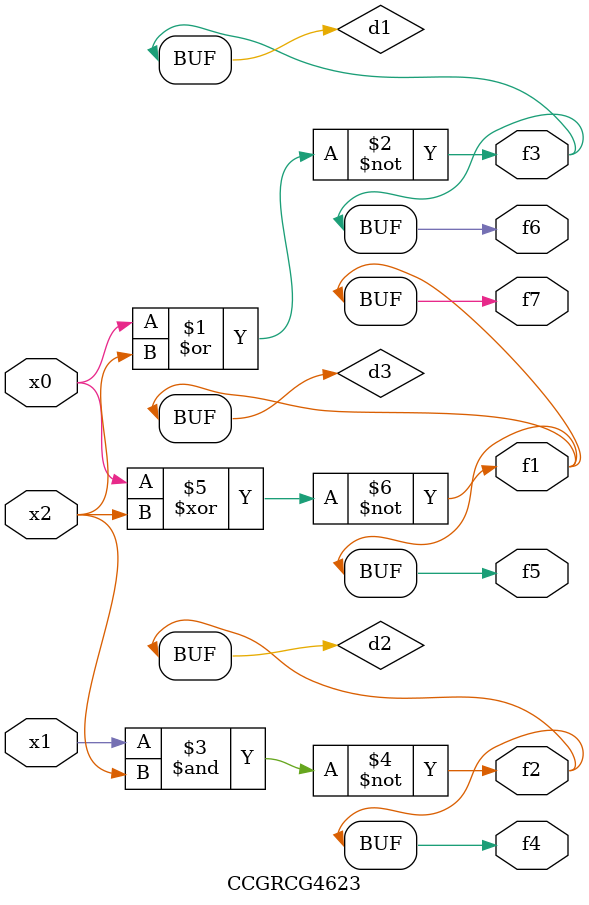
<source format=v>
module CCGRCG4623(
	input x0, x1, x2,
	output f1, f2, f3, f4, f5, f6, f7
);

	wire d1, d2, d3;

	nor (d1, x0, x2);
	nand (d2, x1, x2);
	xnor (d3, x0, x2);
	assign f1 = d3;
	assign f2 = d2;
	assign f3 = d1;
	assign f4 = d2;
	assign f5 = d3;
	assign f6 = d1;
	assign f7 = d3;
endmodule

</source>
